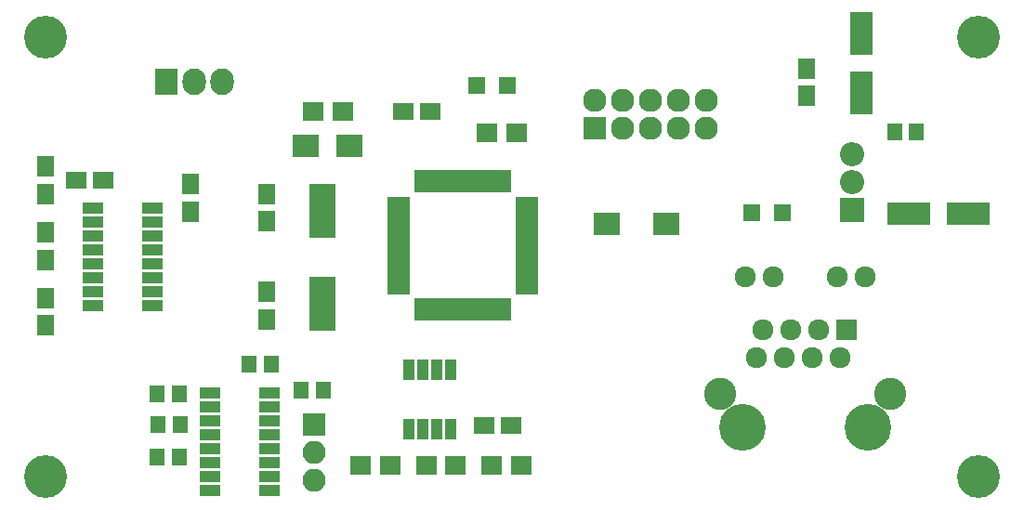
<source format=gbr>
G04 #@! TF.FileFunction,Soldermask,Top*
%FSLAX46Y46*%
G04 Gerber Fmt 4.6, Leading zero omitted, Abs format (unit mm)*
G04 Created by KiCad (PCBNEW 4.0.6) date 08/10/17 23:44:08*
%MOMM*%
%LPD*%
G01*
G04 APERTURE LIST*
%ADD10C,0.100000*%
%ADD11C,3.900000*%
%ADD12R,1.650000X1.900000*%
%ADD13R,1.900000X1.650000*%
%ADD14R,2.127200X2.432000*%
%ADD15O,2.127200X2.432000*%
%ADD16R,1.900000X1.700000*%
%ADD17R,1.000000X1.950000*%
%ADD18R,1.900000X1.000000*%
%ADD19R,1.400000X1.650000*%
%ADD20R,2.200000X2.200000*%
%ADD21O,2.200000X2.200000*%
%ADD22R,2.100000X2.100000*%
%ADD23O,2.100000X2.100000*%
%ADD24R,2.127200X2.127200*%
%ADD25O,2.127200X2.127200*%
%ADD26C,4.250000*%
%ADD27C,1.920000*%
%ADD28C,2.940000*%
%ADD29R,1.920000X1.920000*%
%ADD30R,2.000000X0.960000*%
%ADD31R,0.960000X2.000000*%
%ADD32R,2.400000X4.900000*%
%ADD33R,2.400000X2.000000*%
%ADD34R,1.500000X1.500000*%
%ADD35R,3.900000X2.000000*%
%ADD36R,2.000000X3.900000*%
G04 APERTURE END LIST*
D10*
D11*
X178000000Y-54000000D03*
X178000000Y-94000000D03*
X93000000Y-94000000D03*
D12*
X106150000Y-67350000D03*
X106150000Y-69850000D03*
D13*
X132912800Y-89357200D03*
X135412800Y-89357200D03*
D12*
X162280000Y-59310000D03*
X162280000Y-56810000D03*
X113120000Y-70740000D03*
X113120000Y-68240000D03*
X113160000Y-77200000D03*
X113160000Y-79700000D03*
D13*
X98250000Y-67000000D03*
X95750000Y-67000000D03*
D12*
X93000000Y-71750000D03*
X93000000Y-74250000D03*
X93000000Y-65750000D03*
X93000000Y-68250000D03*
X93000000Y-77750000D03*
X93000000Y-80250000D03*
D14*
X103970000Y-58030000D03*
D15*
X106510000Y-58030000D03*
X109050000Y-58030000D03*
D16*
X120070000Y-60770000D03*
X117370000Y-60770000D03*
X135910000Y-62670000D03*
X133210000Y-62670000D03*
X121650000Y-93000000D03*
X124350000Y-93000000D03*
X127650000Y-93000000D03*
X130350000Y-93000000D03*
X133650000Y-93000000D03*
X136350000Y-93000000D03*
D17*
X129905000Y-84300000D03*
X128635000Y-84300000D03*
X127365000Y-84300000D03*
X126095000Y-84300000D03*
X126095000Y-89700000D03*
X127365000Y-89700000D03*
X128635000Y-89700000D03*
X129905000Y-89700000D03*
D18*
X97300000Y-69555000D03*
X97300000Y-70825000D03*
X97300000Y-72095000D03*
X97300000Y-73365000D03*
X97300000Y-74635000D03*
X97300000Y-75905000D03*
X97300000Y-77175000D03*
X97300000Y-78445000D03*
X102700000Y-78445000D03*
X102700000Y-77175000D03*
X102700000Y-75905000D03*
X102700000Y-74635000D03*
X102700000Y-73365000D03*
X102700000Y-72095000D03*
X102700000Y-70825000D03*
X102700000Y-69555000D03*
D13*
X125558400Y-60720800D03*
X128058400Y-60720800D03*
D19*
X172340000Y-62600000D03*
X170340000Y-62600000D03*
D20*
X166470000Y-69680000D03*
D21*
X166470000Y-67140000D03*
X166470000Y-64600000D03*
D19*
X105165400Y-86436200D03*
X103165400Y-86436200D03*
X105216200Y-89230200D03*
X103216200Y-89230200D03*
X113547400Y-83769200D03*
X111547400Y-83769200D03*
X105140000Y-92252800D03*
X103140000Y-92252800D03*
D22*
X117449600Y-89306400D03*
D23*
X117449600Y-91846400D03*
X117449600Y-94386400D03*
D18*
X107942400Y-86360000D03*
X107942400Y-87630000D03*
X107942400Y-88900000D03*
X107942400Y-90170000D03*
X107942400Y-91440000D03*
X107942400Y-92710000D03*
X107942400Y-93980000D03*
X107942400Y-95250000D03*
X113342400Y-95250000D03*
X113342400Y-93980000D03*
X113342400Y-92710000D03*
X113342400Y-91440000D03*
X113342400Y-90170000D03*
X113342400Y-88900000D03*
X113342400Y-87630000D03*
X113342400Y-86360000D03*
D19*
X116297200Y-86106000D03*
X118297200Y-86106000D03*
D24*
X143000000Y-62230000D03*
D25*
X143000000Y-59690000D03*
X145540000Y-62230000D03*
X145540000Y-59690000D03*
X148080000Y-62230000D03*
X148080000Y-59690000D03*
X150620000Y-62230000D03*
X150620000Y-59690000D03*
X153160000Y-62230000D03*
X153160000Y-59690000D03*
D26*
X167890000Y-89520000D03*
X156450000Y-89520000D03*
D27*
X157720000Y-83170000D03*
X158360000Y-80630000D03*
X160270000Y-83170000D03*
X160900000Y-80630000D03*
X162810000Y-83170000D03*
X163440000Y-80630000D03*
X165340000Y-83170000D03*
D28*
X169920000Y-86470000D03*
X154420000Y-86470000D03*
D27*
X159250000Y-75800000D03*
X165090000Y-75800000D03*
X156710000Y-75800000D03*
X167630000Y-75800000D03*
D29*
X165980000Y-80630000D03*
D30*
X125130000Y-68950000D03*
X125130000Y-69750000D03*
X125130000Y-70550000D03*
X125130000Y-71350000D03*
X125130000Y-72150000D03*
X125130000Y-72950000D03*
X125130000Y-73750000D03*
X125130000Y-74550000D03*
X125130000Y-75350000D03*
X125130000Y-76150000D03*
X125130000Y-76950000D03*
D31*
X126980000Y-78800000D03*
X127780000Y-78800000D03*
X128580000Y-78800000D03*
X129380000Y-78800000D03*
X130180000Y-78800000D03*
X130980000Y-78800000D03*
X131780000Y-78800000D03*
X132580000Y-78800000D03*
X133380000Y-78800000D03*
X134180000Y-78800000D03*
X134980000Y-78800000D03*
D30*
X136830000Y-76950000D03*
X136830000Y-76150000D03*
X136830000Y-75350000D03*
X136830000Y-74550000D03*
X136830000Y-73750000D03*
X136830000Y-72950000D03*
X136830000Y-72150000D03*
X136830000Y-71350000D03*
X136830000Y-70550000D03*
X136830000Y-69750000D03*
X136830000Y-68950000D03*
D31*
X134980000Y-67100000D03*
X134180000Y-67100000D03*
X133380000Y-67100000D03*
X132580000Y-67100000D03*
X131780000Y-67100000D03*
X130980000Y-67100000D03*
X130180000Y-67100000D03*
X129380000Y-67100000D03*
X128580000Y-67100000D03*
X127780000Y-67100000D03*
X126980000Y-67100000D03*
D32*
X118210000Y-69760000D03*
X118210000Y-78260000D03*
D33*
X116660000Y-63900000D03*
X120660000Y-63900000D03*
D34*
X160090000Y-69960000D03*
X157290000Y-69960000D03*
D35*
X171650000Y-70030000D03*
X177050000Y-70030000D03*
D36*
X167300000Y-59030000D03*
X167300000Y-53630000D03*
D34*
X135060000Y-58340000D03*
X132260000Y-58340000D03*
D33*
X149500000Y-70980000D03*
X144100000Y-70980000D03*
D11*
X93000000Y-54000000D03*
M02*

</source>
